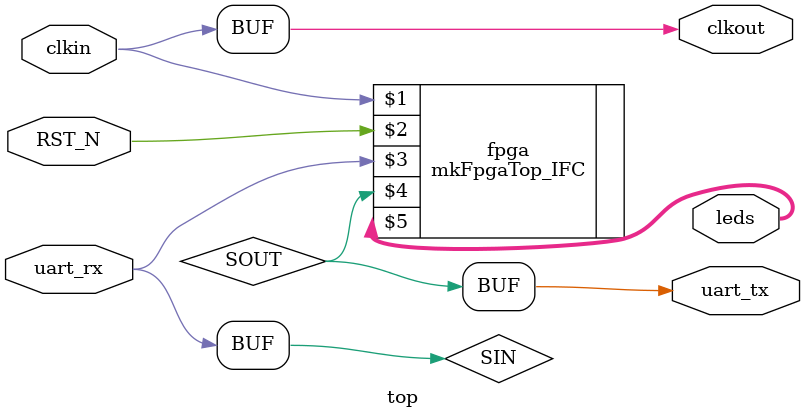
<source format=v>
module top(
    input clkin,
    input RST_N,
    output [0:7] leds,
    output clkout,
    input uart_rx,
    output uart_tx,
    //input output sda,
    //output scl,
    );

// PLL might not be needed, as we get 12MHz directly from
// the FTDI clock (requires an active JTAG connection)
// pll_12_50 pll(
//     .clki(clkin),
//     .clko(clk)
// );

wire SIN, SOUT;

mkFpgaTop_IFC fpga(clkin,
    RST_N,
//    .SDA(sda),
//    .SCL(scl),
    SIN,
    SOUT,
    leds
);

assign SIN = uart_rx;
assign SOUT = uart_tx;
assign clkout = clkin;

endmodule
</source>
